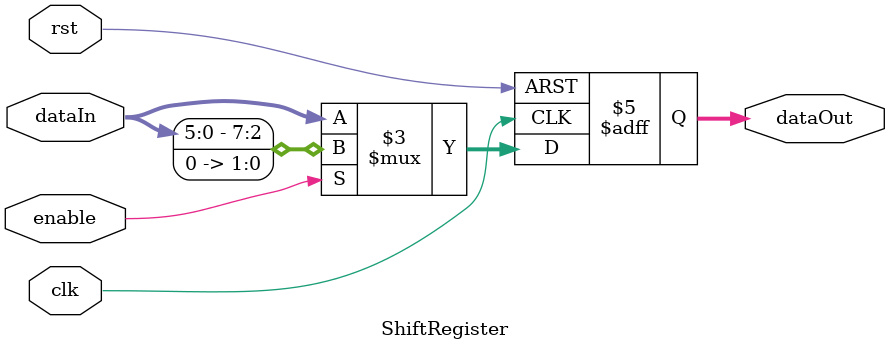
<source format=v>
    module ShiftRegister(
    input wire clk,
    input wire rst,
    input wire enable,
    input wire [7:0] dataIn,
    output reg [7:0] dataOut
    );

    always @(posedge clk or posedge rst) begin
        if (rst) begin
        dataOut <= 8'b00000000;
        end else if (enable) begin
        // Shift dataIn to the left by two bits
        dataOut <= {dataIn[5:0], 2'b00};
        end
        else begin
            dataOut <= dataIn;
        end
    end

    endmodule

</source>
